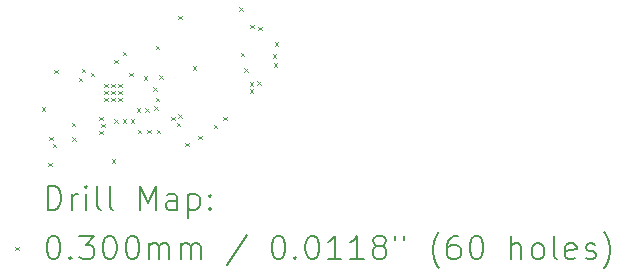
<source format=gbr>
%TF.GenerationSoftware,KiCad,Pcbnew,7.0.1*%
%TF.CreationDate,2024-01-02T21:49:56+00:00*%
%TF.ProjectId,rfid_module,72666964-5f6d-46f6-9475-6c652e6b6963,rev?*%
%TF.SameCoordinates,Original*%
%TF.FileFunction,Drillmap*%
%TF.FilePolarity,Positive*%
%FSLAX45Y45*%
G04 Gerber Fmt 4.5, Leading zero omitted, Abs format (unit mm)*
G04 Created by KiCad (PCBNEW 7.0.1) date 2024-01-02 21:49:56*
%MOMM*%
%LPD*%
G01*
G04 APERTURE LIST*
%ADD10C,0.200000*%
%ADD11C,0.030000*%
G04 APERTURE END LIST*
D10*
D11*
X9591000Y-6375000D02*
X9621000Y-6405000D01*
X9621000Y-6375000D02*
X9591000Y-6405000D01*
X9645000Y-6845000D02*
X9675000Y-6875000D01*
X9675000Y-6845000D02*
X9645000Y-6875000D01*
X9655000Y-6625000D02*
X9685000Y-6655000D01*
X9685000Y-6625000D02*
X9655000Y-6655000D01*
X9685000Y-6685000D02*
X9715000Y-6715000D01*
X9715000Y-6685000D02*
X9685000Y-6715000D01*
X9694000Y-6056000D02*
X9724000Y-6086000D01*
X9724000Y-6056000D02*
X9694000Y-6086000D01*
X9845000Y-6505000D02*
X9875000Y-6535000D01*
X9875000Y-6505000D02*
X9845000Y-6535000D01*
X9850000Y-6630000D02*
X9880000Y-6660000D01*
X9880000Y-6630000D02*
X9850000Y-6660000D01*
X9905000Y-6125000D02*
X9935000Y-6155000D01*
X9935000Y-6125000D02*
X9905000Y-6155000D01*
X9930000Y-6050000D02*
X9960000Y-6080000D01*
X9960000Y-6050000D02*
X9930000Y-6080000D01*
X10005000Y-6085000D02*
X10035000Y-6115000D01*
X10035000Y-6085000D02*
X10005000Y-6115000D01*
X10075000Y-6455000D02*
X10105000Y-6485000D01*
X10105000Y-6455000D02*
X10075000Y-6485000D01*
X10075000Y-6575000D02*
X10105000Y-6605000D01*
X10105000Y-6575000D02*
X10075000Y-6605000D01*
X10095000Y-6515000D02*
X10125000Y-6545000D01*
X10125000Y-6515000D02*
X10095000Y-6545000D01*
X10120000Y-6175000D02*
X10150000Y-6205000D01*
X10150000Y-6175000D02*
X10120000Y-6205000D01*
X10120000Y-6235000D02*
X10150000Y-6265000D01*
X10150000Y-6235000D02*
X10120000Y-6265000D01*
X10120000Y-6295000D02*
X10150000Y-6325000D01*
X10150000Y-6295000D02*
X10120000Y-6325000D01*
X10180000Y-6175000D02*
X10210000Y-6205000D01*
X10210000Y-6175000D02*
X10180000Y-6205000D01*
X10180000Y-6235000D02*
X10210000Y-6265000D01*
X10210000Y-6235000D02*
X10180000Y-6265000D01*
X10180000Y-6295000D02*
X10210000Y-6325000D01*
X10210000Y-6295000D02*
X10180000Y-6325000D01*
X10185000Y-6815000D02*
X10215000Y-6845000D01*
X10215000Y-6815000D02*
X10185000Y-6845000D01*
X10205000Y-5975000D02*
X10235000Y-6005000D01*
X10235000Y-5975000D02*
X10205000Y-6005000D01*
X10205000Y-6475000D02*
X10235000Y-6505000D01*
X10235000Y-6475000D02*
X10205000Y-6505000D01*
X10240000Y-6175000D02*
X10270000Y-6205000D01*
X10270000Y-6175000D02*
X10240000Y-6205000D01*
X10240000Y-6235000D02*
X10270000Y-6265000D01*
X10270000Y-6235000D02*
X10240000Y-6265000D01*
X10240000Y-6295000D02*
X10270000Y-6325000D01*
X10270000Y-6295000D02*
X10240000Y-6325000D01*
X10275000Y-5904000D02*
X10305000Y-5934000D01*
X10305000Y-5904000D02*
X10275000Y-5934000D01*
X10275000Y-6475000D02*
X10305000Y-6505000D01*
X10305000Y-6475000D02*
X10275000Y-6505000D01*
X10330000Y-6085000D02*
X10360000Y-6115000D01*
X10360000Y-6085000D02*
X10330000Y-6115000D01*
X10345000Y-6475000D02*
X10375000Y-6505000D01*
X10375000Y-6475000D02*
X10345000Y-6505000D01*
X10395000Y-6385000D02*
X10425000Y-6415000D01*
X10425000Y-6385000D02*
X10395000Y-6415000D01*
X10405000Y-6565000D02*
X10435000Y-6595000D01*
X10435000Y-6565000D02*
X10405000Y-6595000D01*
X10455000Y-6115000D02*
X10485000Y-6145000D01*
X10485000Y-6115000D02*
X10455000Y-6145000D01*
X10465000Y-6385000D02*
X10495000Y-6415000D01*
X10495000Y-6385000D02*
X10465000Y-6415000D01*
X10485000Y-6565000D02*
X10515000Y-6595000D01*
X10515000Y-6565000D02*
X10485000Y-6595000D01*
X10535000Y-6205000D02*
X10565000Y-6235000D01*
X10565000Y-6205000D02*
X10535000Y-6235000D01*
X10545000Y-6365000D02*
X10575000Y-6395000D01*
X10575000Y-6365000D02*
X10545000Y-6395000D01*
X10554000Y-5854000D02*
X10584000Y-5884000D01*
X10584000Y-5854000D02*
X10554000Y-5884000D01*
X10555000Y-6295000D02*
X10585000Y-6325000D01*
X10585000Y-6295000D02*
X10555000Y-6325000D01*
X10565000Y-6565000D02*
X10595000Y-6595000D01*
X10595000Y-6565000D02*
X10565000Y-6595000D01*
X10585000Y-6105000D02*
X10615000Y-6135000D01*
X10615000Y-6105000D02*
X10585000Y-6135000D01*
X10685000Y-6455000D02*
X10715000Y-6485000D01*
X10715000Y-6455000D02*
X10685000Y-6485000D01*
X10735000Y-6505000D02*
X10765000Y-6535000D01*
X10765000Y-6505000D02*
X10735000Y-6535000D01*
X10745000Y-5600000D02*
X10775000Y-5630000D01*
X10775000Y-5600000D02*
X10745000Y-5630000D01*
X10745000Y-6435000D02*
X10775000Y-6465000D01*
X10775000Y-6435000D02*
X10745000Y-6465000D01*
X10805000Y-6675000D02*
X10835000Y-6705000D01*
X10835000Y-6675000D02*
X10805000Y-6705000D01*
X10870000Y-6030000D02*
X10900000Y-6060000D01*
X10900000Y-6030000D02*
X10870000Y-6060000D01*
X10915000Y-6615000D02*
X10945000Y-6645000D01*
X10945000Y-6615000D02*
X10915000Y-6645000D01*
X11045000Y-6525000D02*
X11075000Y-6555000D01*
X11075000Y-6525000D02*
X11045000Y-6555000D01*
X11125000Y-6455000D02*
X11155000Y-6485000D01*
X11155000Y-6455000D02*
X11125000Y-6485000D01*
X11263000Y-5527000D02*
X11293000Y-5557000D01*
X11293000Y-5527000D02*
X11263000Y-5557000D01*
X11275000Y-5915000D02*
X11305000Y-5945000D01*
X11305000Y-5915000D02*
X11275000Y-5945000D01*
X11305000Y-6045000D02*
X11335000Y-6075000D01*
X11335000Y-6045000D02*
X11305000Y-6075000D01*
X11349900Y-6162100D02*
X11379900Y-6192100D01*
X11379900Y-6162100D02*
X11349900Y-6192100D01*
X11353000Y-6223000D02*
X11383000Y-6253000D01*
X11383000Y-6223000D02*
X11353000Y-6253000D01*
X11355000Y-5675000D02*
X11385000Y-5705000D01*
X11385000Y-5675000D02*
X11355000Y-5705000D01*
X11414100Y-6155300D02*
X11444100Y-6185300D01*
X11444100Y-6155300D02*
X11414100Y-6185300D01*
X11425000Y-5695000D02*
X11455000Y-5725000D01*
X11455000Y-5695000D02*
X11425000Y-5725000D01*
X11545000Y-5925000D02*
X11575000Y-5955000D01*
X11575000Y-5925000D02*
X11545000Y-5955000D01*
X11555000Y-6005000D02*
X11585000Y-6035000D01*
X11585000Y-6005000D02*
X11555000Y-6035000D01*
X11565000Y-5825000D02*
X11595000Y-5855000D01*
X11595000Y-5825000D02*
X11565000Y-5855000D01*
D10*
X9642619Y-7242524D02*
X9642619Y-7042524D01*
X9642619Y-7042524D02*
X9690238Y-7042524D01*
X9690238Y-7042524D02*
X9718810Y-7052048D01*
X9718810Y-7052048D02*
X9737857Y-7071095D01*
X9737857Y-7071095D02*
X9747381Y-7090143D01*
X9747381Y-7090143D02*
X9756905Y-7128238D01*
X9756905Y-7128238D02*
X9756905Y-7156809D01*
X9756905Y-7156809D02*
X9747381Y-7194905D01*
X9747381Y-7194905D02*
X9737857Y-7213952D01*
X9737857Y-7213952D02*
X9718810Y-7233000D01*
X9718810Y-7233000D02*
X9690238Y-7242524D01*
X9690238Y-7242524D02*
X9642619Y-7242524D01*
X9842619Y-7242524D02*
X9842619Y-7109190D01*
X9842619Y-7147286D02*
X9852143Y-7128238D01*
X9852143Y-7128238D02*
X9861667Y-7118714D01*
X9861667Y-7118714D02*
X9880714Y-7109190D01*
X9880714Y-7109190D02*
X9899762Y-7109190D01*
X9966429Y-7242524D02*
X9966429Y-7109190D01*
X9966429Y-7042524D02*
X9956905Y-7052048D01*
X9956905Y-7052048D02*
X9966429Y-7061571D01*
X9966429Y-7061571D02*
X9975952Y-7052048D01*
X9975952Y-7052048D02*
X9966429Y-7042524D01*
X9966429Y-7042524D02*
X9966429Y-7061571D01*
X10090238Y-7242524D02*
X10071190Y-7233000D01*
X10071190Y-7233000D02*
X10061667Y-7213952D01*
X10061667Y-7213952D02*
X10061667Y-7042524D01*
X10195000Y-7242524D02*
X10175952Y-7233000D01*
X10175952Y-7233000D02*
X10166429Y-7213952D01*
X10166429Y-7213952D02*
X10166429Y-7042524D01*
X10423571Y-7242524D02*
X10423571Y-7042524D01*
X10423571Y-7042524D02*
X10490238Y-7185381D01*
X10490238Y-7185381D02*
X10556905Y-7042524D01*
X10556905Y-7042524D02*
X10556905Y-7242524D01*
X10737857Y-7242524D02*
X10737857Y-7137762D01*
X10737857Y-7137762D02*
X10728333Y-7118714D01*
X10728333Y-7118714D02*
X10709286Y-7109190D01*
X10709286Y-7109190D02*
X10671190Y-7109190D01*
X10671190Y-7109190D02*
X10652143Y-7118714D01*
X10737857Y-7233000D02*
X10718810Y-7242524D01*
X10718810Y-7242524D02*
X10671190Y-7242524D01*
X10671190Y-7242524D02*
X10652143Y-7233000D01*
X10652143Y-7233000D02*
X10642619Y-7213952D01*
X10642619Y-7213952D02*
X10642619Y-7194905D01*
X10642619Y-7194905D02*
X10652143Y-7175857D01*
X10652143Y-7175857D02*
X10671190Y-7166333D01*
X10671190Y-7166333D02*
X10718810Y-7166333D01*
X10718810Y-7166333D02*
X10737857Y-7156809D01*
X10833095Y-7109190D02*
X10833095Y-7309190D01*
X10833095Y-7118714D02*
X10852143Y-7109190D01*
X10852143Y-7109190D02*
X10890238Y-7109190D01*
X10890238Y-7109190D02*
X10909286Y-7118714D01*
X10909286Y-7118714D02*
X10918810Y-7128238D01*
X10918810Y-7128238D02*
X10928333Y-7147286D01*
X10928333Y-7147286D02*
X10928333Y-7204428D01*
X10928333Y-7204428D02*
X10918810Y-7223476D01*
X10918810Y-7223476D02*
X10909286Y-7233000D01*
X10909286Y-7233000D02*
X10890238Y-7242524D01*
X10890238Y-7242524D02*
X10852143Y-7242524D01*
X10852143Y-7242524D02*
X10833095Y-7233000D01*
X11014048Y-7223476D02*
X11023571Y-7233000D01*
X11023571Y-7233000D02*
X11014048Y-7242524D01*
X11014048Y-7242524D02*
X11004524Y-7233000D01*
X11004524Y-7233000D02*
X11014048Y-7223476D01*
X11014048Y-7223476D02*
X11014048Y-7242524D01*
X11014048Y-7118714D02*
X11023571Y-7128238D01*
X11023571Y-7128238D02*
X11014048Y-7137762D01*
X11014048Y-7137762D02*
X11004524Y-7128238D01*
X11004524Y-7128238D02*
X11014048Y-7118714D01*
X11014048Y-7118714D02*
X11014048Y-7137762D01*
D11*
X9365000Y-7555000D02*
X9395000Y-7585000D01*
X9395000Y-7555000D02*
X9365000Y-7585000D01*
D10*
X9680714Y-7462524D02*
X9699762Y-7462524D01*
X9699762Y-7462524D02*
X9718810Y-7472048D01*
X9718810Y-7472048D02*
X9728333Y-7481571D01*
X9728333Y-7481571D02*
X9737857Y-7500619D01*
X9737857Y-7500619D02*
X9747381Y-7538714D01*
X9747381Y-7538714D02*
X9747381Y-7586333D01*
X9747381Y-7586333D02*
X9737857Y-7624428D01*
X9737857Y-7624428D02*
X9728333Y-7643476D01*
X9728333Y-7643476D02*
X9718810Y-7653000D01*
X9718810Y-7653000D02*
X9699762Y-7662524D01*
X9699762Y-7662524D02*
X9680714Y-7662524D01*
X9680714Y-7662524D02*
X9661667Y-7653000D01*
X9661667Y-7653000D02*
X9652143Y-7643476D01*
X9652143Y-7643476D02*
X9642619Y-7624428D01*
X9642619Y-7624428D02*
X9633095Y-7586333D01*
X9633095Y-7586333D02*
X9633095Y-7538714D01*
X9633095Y-7538714D02*
X9642619Y-7500619D01*
X9642619Y-7500619D02*
X9652143Y-7481571D01*
X9652143Y-7481571D02*
X9661667Y-7472048D01*
X9661667Y-7472048D02*
X9680714Y-7462524D01*
X9833095Y-7643476D02*
X9842619Y-7653000D01*
X9842619Y-7653000D02*
X9833095Y-7662524D01*
X9833095Y-7662524D02*
X9823571Y-7653000D01*
X9823571Y-7653000D02*
X9833095Y-7643476D01*
X9833095Y-7643476D02*
X9833095Y-7662524D01*
X9909286Y-7462524D02*
X10033095Y-7462524D01*
X10033095Y-7462524D02*
X9966429Y-7538714D01*
X9966429Y-7538714D02*
X9995000Y-7538714D01*
X9995000Y-7538714D02*
X10014048Y-7548238D01*
X10014048Y-7548238D02*
X10023571Y-7557762D01*
X10023571Y-7557762D02*
X10033095Y-7576809D01*
X10033095Y-7576809D02*
X10033095Y-7624428D01*
X10033095Y-7624428D02*
X10023571Y-7643476D01*
X10023571Y-7643476D02*
X10014048Y-7653000D01*
X10014048Y-7653000D02*
X9995000Y-7662524D01*
X9995000Y-7662524D02*
X9937857Y-7662524D01*
X9937857Y-7662524D02*
X9918810Y-7653000D01*
X9918810Y-7653000D02*
X9909286Y-7643476D01*
X10156905Y-7462524D02*
X10175952Y-7462524D01*
X10175952Y-7462524D02*
X10195000Y-7472048D01*
X10195000Y-7472048D02*
X10204524Y-7481571D01*
X10204524Y-7481571D02*
X10214048Y-7500619D01*
X10214048Y-7500619D02*
X10223571Y-7538714D01*
X10223571Y-7538714D02*
X10223571Y-7586333D01*
X10223571Y-7586333D02*
X10214048Y-7624428D01*
X10214048Y-7624428D02*
X10204524Y-7643476D01*
X10204524Y-7643476D02*
X10195000Y-7653000D01*
X10195000Y-7653000D02*
X10175952Y-7662524D01*
X10175952Y-7662524D02*
X10156905Y-7662524D01*
X10156905Y-7662524D02*
X10137857Y-7653000D01*
X10137857Y-7653000D02*
X10128333Y-7643476D01*
X10128333Y-7643476D02*
X10118810Y-7624428D01*
X10118810Y-7624428D02*
X10109286Y-7586333D01*
X10109286Y-7586333D02*
X10109286Y-7538714D01*
X10109286Y-7538714D02*
X10118810Y-7500619D01*
X10118810Y-7500619D02*
X10128333Y-7481571D01*
X10128333Y-7481571D02*
X10137857Y-7472048D01*
X10137857Y-7472048D02*
X10156905Y-7462524D01*
X10347381Y-7462524D02*
X10366429Y-7462524D01*
X10366429Y-7462524D02*
X10385476Y-7472048D01*
X10385476Y-7472048D02*
X10395000Y-7481571D01*
X10395000Y-7481571D02*
X10404524Y-7500619D01*
X10404524Y-7500619D02*
X10414048Y-7538714D01*
X10414048Y-7538714D02*
X10414048Y-7586333D01*
X10414048Y-7586333D02*
X10404524Y-7624428D01*
X10404524Y-7624428D02*
X10395000Y-7643476D01*
X10395000Y-7643476D02*
X10385476Y-7653000D01*
X10385476Y-7653000D02*
X10366429Y-7662524D01*
X10366429Y-7662524D02*
X10347381Y-7662524D01*
X10347381Y-7662524D02*
X10328333Y-7653000D01*
X10328333Y-7653000D02*
X10318810Y-7643476D01*
X10318810Y-7643476D02*
X10309286Y-7624428D01*
X10309286Y-7624428D02*
X10299762Y-7586333D01*
X10299762Y-7586333D02*
X10299762Y-7538714D01*
X10299762Y-7538714D02*
X10309286Y-7500619D01*
X10309286Y-7500619D02*
X10318810Y-7481571D01*
X10318810Y-7481571D02*
X10328333Y-7472048D01*
X10328333Y-7472048D02*
X10347381Y-7462524D01*
X10499762Y-7662524D02*
X10499762Y-7529190D01*
X10499762Y-7548238D02*
X10509286Y-7538714D01*
X10509286Y-7538714D02*
X10528333Y-7529190D01*
X10528333Y-7529190D02*
X10556905Y-7529190D01*
X10556905Y-7529190D02*
X10575952Y-7538714D01*
X10575952Y-7538714D02*
X10585476Y-7557762D01*
X10585476Y-7557762D02*
X10585476Y-7662524D01*
X10585476Y-7557762D02*
X10595000Y-7538714D01*
X10595000Y-7538714D02*
X10614048Y-7529190D01*
X10614048Y-7529190D02*
X10642619Y-7529190D01*
X10642619Y-7529190D02*
X10661667Y-7538714D01*
X10661667Y-7538714D02*
X10671191Y-7557762D01*
X10671191Y-7557762D02*
X10671191Y-7662524D01*
X10766429Y-7662524D02*
X10766429Y-7529190D01*
X10766429Y-7548238D02*
X10775952Y-7538714D01*
X10775952Y-7538714D02*
X10795000Y-7529190D01*
X10795000Y-7529190D02*
X10823572Y-7529190D01*
X10823572Y-7529190D02*
X10842619Y-7538714D01*
X10842619Y-7538714D02*
X10852143Y-7557762D01*
X10852143Y-7557762D02*
X10852143Y-7662524D01*
X10852143Y-7557762D02*
X10861667Y-7538714D01*
X10861667Y-7538714D02*
X10880714Y-7529190D01*
X10880714Y-7529190D02*
X10909286Y-7529190D01*
X10909286Y-7529190D02*
X10928333Y-7538714D01*
X10928333Y-7538714D02*
X10937857Y-7557762D01*
X10937857Y-7557762D02*
X10937857Y-7662524D01*
X11328333Y-7453000D02*
X11156905Y-7710143D01*
X11585476Y-7462524D02*
X11604524Y-7462524D01*
X11604524Y-7462524D02*
X11623572Y-7472048D01*
X11623572Y-7472048D02*
X11633095Y-7481571D01*
X11633095Y-7481571D02*
X11642619Y-7500619D01*
X11642619Y-7500619D02*
X11652143Y-7538714D01*
X11652143Y-7538714D02*
X11652143Y-7586333D01*
X11652143Y-7586333D02*
X11642619Y-7624428D01*
X11642619Y-7624428D02*
X11633095Y-7643476D01*
X11633095Y-7643476D02*
X11623572Y-7653000D01*
X11623572Y-7653000D02*
X11604524Y-7662524D01*
X11604524Y-7662524D02*
X11585476Y-7662524D01*
X11585476Y-7662524D02*
X11566429Y-7653000D01*
X11566429Y-7653000D02*
X11556905Y-7643476D01*
X11556905Y-7643476D02*
X11547381Y-7624428D01*
X11547381Y-7624428D02*
X11537857Y-7586333D01*
X11537857Y-7586333D02*
X11537857Y-7538714D01*
X11537857Y-7538714D02*
X11547381Y-7500619D01*
X11547381Y-7500619D02*
X11556905Y-7481571D01*
X11556905Y-7481571D02*
X11566429Y-7472048D01*
X11566429Y-7472048D02*
X11585476Y-7462524D01*
X11737857Y-7643476D02*
X11747381Y-7653000D01*
X11747381Y-7653000D02*
X11737857Y-7662524D01*
X11737857Y-7662524D02*
X11728333Y-7653000D01*
X11728333Y-7653000D02*
X11737857Y-7643476D01*
X11737857Y-7643476D02*
X11737857Y-7662524D01*
X11871191Y-7462524D02*
X11890238Y-7462524D01*
X11890238Y-7462524D02*
X11909286Y-7472048D01*
X11909286Y-7472048D02*
X11918810Y-7481571D01*
X11918810Y-7481571D02*
X11928333Y-7500619D01*
X11928333Y-7500619D02*
X11937857Y-7538714D01*
X11937857Y-7538714D02*
X11937857Y-7586333D01*
X11937857Y-7586333D02*
X11928333Y-7624428D01*
X11928333Y-7624428D02*
X11918810Y-7643476D01*
X11918810Y-7643476D02*
X11909286Y-7653000D01*
X11909286Y-7653000D02*
X11890238Y-7662524D01*
X11890238Y-7662524D02*
X11871191Y-7662524D01*
X11871191Y-7662524D02*
X11852143Y-7653000D01*
X11852143Y-7653000D02*
X11842619Y-7643476D01*
X11842619Y-7643476D02*
X11833095Y-7624428D01*
X11833095Y-7624428D02*
X11823572Y-7586333D01*
X11823572Y-7586333D02*
X11823572Y-7538714D01*
X11823572Y-7538714D02*
X11833095Y-7500619D01*
X11833095Y-7500619D02*
X11842619Y-7481571D01*
X11842619Y-7481571D02*
X11852143Y-7472048D01*
X11852143Y-7472048D02*
X11871191Y-7462524D01*
X12128333Y-7662524D02*
X12014048Y-7662524D01*
X12071191Y-7662524D02*
X12071191Y-7462524D01*
X12071191Y-7462524D02*
X12052143Y-7491095D01*
X12052143Y-7491095D02*
X12033095Y-7510143D01*
X12033095Y-7510143D02*
X12014048Y-7519667D01*
X12318810Y-7662524D02*
X12204524Y-7662524D01*
X12261667Y-7662524D02*
X12261667Y-7462524D01*
X12261667Y-7462524D02*
X12242619Y-7491095D01*
X12242619Y-7491095D02*
X12223572Y-7510143D01*
X12223572Y-7510143D02*
X12204524Y-7519667D01*
X12433095Y-7548238D02*
X12414048Y-7538714D01*
X12414048Y-7538714D02*
X12404524Y-7529190D01*
X12404524Y-7529190D02*
X12395000Y-7510143D01*
X12395000Y-7510143D02*
X12395000Y-7500619D01*
X12395000Y-7500619D02*
X12404524Y-7481571D01*
X12404524Y-7481571D02*
X12414048Y-7472048D01*
X12414048Y-7472048D02*
X12433095Y-7462524D01*
X12433095Y-7462524D02*
X12471191Y-7462524D01*
X12471191Y-7462524D02*
X12490238Y-7472048D01*
X12490238Y-7472048D02*
X12499762Y-7481571D01*
X12499762Y-7481571D02*
X12509286Y-7500619D01*
X12509286Y-7500619D02*
X12509286Y-7510143D01*
X12509286Y-7510143D02*
X12499762Y-7529190D01*
X12499762Y-7529190D02*
X12490238Y-7538714D01*
X12490238Y-7538714D02*
X12471191Y-7548238D01*
X12471191Y-7548238D02*
X12433095Y-7548238D01*
X12433095Y-7548238D02*
X12414048Y-7557762D01*
X12414048Y-7557762D02*
X12404524Y-7567286D01*
X12404524Y-7567286D02*
X12395000Y-7586333D01*
X12395000Y-7586333D02*
X12395000Y-7624428D01*
X12395000Y-7624428D02*
X12404524Y-7643476D01*
X12404524Y-7643476D02*
X12414048Y-7653000D01*
X12414048Y-7653000D02*
X12433095Y-7662524D01*
X12433095Y-7662524D02*
X12471191Y-7662524D01*
X12471191Y-7662524D02*
X12490238Y-7653000D01*
X12490238Y-7653000D02*
X12499762Y-7643476D01*
X12499762Y-7643476D02*
X12509286Y-7624428D01*
X12509286Y-7624428D02*
X12509286Y-7586333D01*
X12509286Y-7586333D02*
X12499762Y-7567286D01*
X12499762Y-7567286D02*
X12490238Y-7557762D01*
X12490238Y-7557762D02*
X12471191Y-7548238D01*
X12585476Y-7462524D02*
X12585476Y-7500619D01*
X12661667Y-7462524D02*
X12661667Y-7500619D01*
X12956905Y-7738714D02*
X12947381Y-7729190D01*
X12947381Y-7729190D02*
X12928334Y-7700619D01*
X12928334Y-7700619D02*
X12918810Y-7681571D01*
X12918810Y-7681571D02*
X12909286Y-7653000D01*
X12909286Y-7653000D02*
X12899762Y-7605381D01*
X12899762Y-7605381D02*
X12899762Y-7567286D01*
X12899762Y-7567286D02*
X12909286Y-7519667D01*
X12909286Y-7519667D02*
X12918810Y-7491095D01*
X12918810Y-7491095D02*
X12928334Y-7472048D01*
X12928334Y-7472048D02*
X12947381Y-7443476D01*
X12947381Y-7443476D02*
X12956905Y-7433952D01*
X13118810Y-7462524D02*
X13080714Y-7462524D01*
X13080714Y-7462524D02*
X13061667Y-7472048D01*
X13061667Y-7472048D02*
X13052143Y-7481571D01*
X13052143Y-7481571D02*
X13033095Y-7510143D01*
X13033095Y-7510143D02*
X13023572Y-7548238D01*
X13023572Y-7548238D02*
X13023572Y-7624428D01*
X13023572Y-7624428D02*
X13033095Y-7643476D01*
X13033095Y-7643476D02*
X13042619Y-7653000D01*
X13042619Y-7653000D02*
X13061667Y-7662524D01*
X13061667Y-7662524D02*
X13099762Y-7662524D01*
X13099762Y-7662524D02*
X13118810Y-7653000D01*
X13118810Y-7653000D02*
X13128334Y-7643476D01*
X13128334Y-7643476D02*
X13137857Y-7624428D01*
X13137857Y-7624428D02*
X13137857Y-7576809D01*
X13137857Y-7576809D02*
X13128334Y-7557762D01*
X13128334Y-7557762D02*
X13118810Y-7548238D01*
X13118810Y-7548238D02*
X13099762Y-7538714D01*
X13099762Y-7538714D02*
X13061667Y-7538714D01*
X13061667Y-7538714D02*
X13042619Y-7548238D01*
X13042619Y-7548238D02*
X13033095Y-7557762D01*
X13033095Y-7557762D02*
X13023572Y-7576809D01*
X13261667Y-7462524D02*
X13280715Y-7462524D01*
X13280715Y-7462524D02*
X13299762Y-7472048D01*
X13299762Y-7472048D02*
X13309286Y-7481571D01*
X13309286Y-7481571D02*
X13318810Y-7500619D01*
X13318810Y-7500619D02*
X13328334Y-7538714D01*
X13328334Y-7538714D02*
X13328334Y-7586333D01*
X13328334Y-7586333D02*
X13318810Y-7624428D01*
X13318810Y-7624428D02*
X13309286Y-7643476D01*
X13309286Y-7643476D02*
X13299762Y-7653000D01*
X13299762Y-7653000D02*
X13280715Y-7662524D01*
X13280715Y-7662524D02*
X13261667Y-7662524D01*
X13261667Y-7662524D02*
X13242619Y-7653000D01*
X13242619Y-7653000D02*
X13233095Y-7643476D01*
X13233095Y-7643476D02*
X13223572Y-7624428D01*
X13223572Y-7624428D02*
X13214048Y-7586333D01*
X13214048Y-7586333D02*
X13214048Y-7538714D01*
X13214048Y-7538714D02*
X13223572Y-7500619D01*
X13223572Y-7500619D02*
X13233095Y-7481571D01*
X13233095Y-7481571D02*
X13242619Y-7472048D01*
X13242619Y-7472048D02*
X13261667Y-7462524D01*
X13566429Y-7662524D02*
X13566429Y-7462524D01*
X13652143Y-7662524D02*
X13652143Y-7557762D01*
X13652143Y-7557762D02*
X13642619Y-7538714D01*
X13642619Y-7538714D02*
X13623572Y-7529190D01*
X13623572Y-7529190D02*
X13595000Y-7529190D01*
X13595000Y-7529190D02*
X13575953Y-7538714D01*
X13575953Y-7538714D02*
X13566429Y-7548238D01*
X13775953Y-7662524D02*
X13756905Y-7653000D01*
X13756905Y-7653000D02*
X13747381Y-7643476D01*
X13747381Y-7643476D02*
X13737857Y-7624428D01*
X13737857Y-7624428D02*
X13737857Y-7567286D01*
X13737857Y-7567286D02*
X13747381Y-7548238D01*
X13747381Y-7548238D02*
X13756905Y-7538714D01*
X13756905Y-7538714D02*
X13775953Y-7529190D01*
X13775953Y-7529190D02*
X13804524Y-7529190D01*
X13804524Y-7529190D02*
X13823572Y-7538714D01*
X13823572Y-7538714D02*
X13833096Y-7548238D01*
X13833096Y-7548238D02*
X13842619Y-7567286D01*
X13842619Y-7567286D02*
X13842619Y-7624428D01*
X13842619Y-7624428D02*
X13833096Y-7643476D01*
X13833096Y-7643476D02*
X13823572Y-7653000D01*
X13823572Y-7653000D02*
X13804524Y-7662524D01*
X13804524Y-7662524D02*
X13775953Y-7662524D01*
X13956905Y-7662524D02*
X13937857Y-7653000D01*
X13937857Y-7653000D02*
X13928334Y-7633952D01*
X13928334Y-7633952D02*
X13928334Y-7462524D01*
X14109286Y-7653000D02*
X14090238Y-7662524D01*
X14090238Y-7662524D02*
X14052143Y-7662524D01*
X14052143Y-7662524D02*
X14033096Y-7653000D01*
X14033096Y-7653000D02*
X14023572Y-7633952D01*
X14023572Y-7633952D02*
X14023572Y-7557762D01*
X14023572Y-7557762D02*
X14033096Y-7538714D01*
X14033096Y-7538714D02*
X14052143Y-7529190D01*
X14052143Y-7529190D02*
X14090238Y-7529190D01*
X14090238Y-7529190D02*
X14109286Y-7538714D01*
X14109286Y-7538714D02*
X14118810Y-7557762D01*
X14118810Y-7557762D02*
X14118810Y-7576809D01*
X14118810Y-7576809D02*
X14023572Y-7595857D01*
X14195000Y-7653000D02*
X14214048Y-7662524D01*
X14214048Y-7662524D02*
X14252143Y-7662524D01*
X14252143Y-7662524D02*
X14271191Y-7653000D01*
X14271191Y-7653000D02*
X14280715Y-7633952D01*
X14280715Y-7633952D02*
X14280715Y-7624428D01*
X14280715Y-7624428D02*
X14271191Y-7605381D01*
X14271191Y-7605381D02*
X14252143Y-7595857D01*
X14252143Y-7595857D02*
X14223572Y-7595857D01*
X14223572Y-7595857D02*
X14204524Y-7586333D01*
X14204524Y-7586333D02*
X14195000Y-7567286D01*
X14195000Y-7567286D02*
X14195000Y-7557762D01*
X14195000Y-7557762D02*
X14204524Y-7538714D01*
X14204524Y-7538714D02*
X14223572Y-7529190D01*
X14223572Y-7529190D02*
X14252143Y-7529190D01*
X14252143Y-7529190D02*
X14271191Y-7538714D01*
X14347381Y-7738714D02*
X14356905Y-7729190D01*
X14356905Y-7729190D02*
X14375953Y-7700619D01*
X14375953Y-7700619D02*
X14385477Y-7681571D01*
X14385477Y-7681571D02*
X14395000Y-7653000D01*
X14395000Y-7653000D02*
X14404524Y-7605381D01*
X14404524Y-7605381D02*
X14404524Y-7567286D01*
X14404524Y-7567286D02*
X14395000Y-7519667D01*
X14395000Y-7519667D02*
X14385477Y-7491095D01*
X14385477Y-7491095D02*
X14375953Y-7472048D01*
X14375953Y-7472048D02*
X14356905Y-7443476D01*
X14356905Y-7443476D02*
X14347381Y-7433952D01*
M02*

</source>
